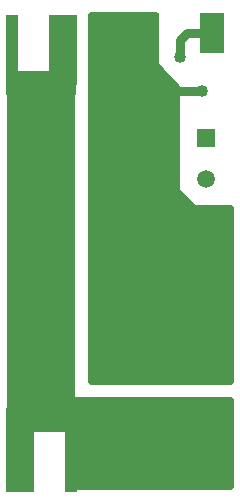
<source format=gbr>
G04 DipTrace 3.3.1.0*
G04 Bottom.gbr*
%MOMM*%
G04 #@! TF.FileFunction,Copper,L2,Bot*
G04 #@! TF.Part,Single*
G04 #@! TA.AperFunction,Conductor*
%ADD13C,0.8*%
G04 #@! TA.AperFunction,CopperBalancing*
%ADD14C,0.5*%
G04 #@! TA.AperFunction,ComponentPad*
%ADD17R,1.5X1.5*%
%ADD18C,1.5*%
%ADD23R,6.0X2.0*%
%ADD24R,6.0X6.0*%
%ADD25R,2.0X3.4*%
%ADD26R,2.4X6.0*%
%ADD27R,1.0X6.0*%
G04 #@! TA.AperFunction,ViaPad*
%ADD32C,1.016*%
%FSLAX35Y35*%
G04*
G71*
G90*
G75*
G01*
G04 Bottom*
%LPD*%
X2714000Y4429000D2*
D13*
X2413127D1*
X2048500Y4793627D1*
X2793873Y4921127D2*
X2587503D1*
X2524000Y4857623D1*
Y4714750D1*
D32*
X2714000Y4429000D3*
X2524000Y4714750D3*
X1158750Y1634997D3*
X1285750D3*
X1412750D3*
X1539750D3*
X1158750Y4492500D3*
X1285750D3*
X1412750D3*
X1539750D3*
X1158750Y4381373D3*
X1285750D3*
X1412750D3*
X1539750D3*
X1158750Y1762000D3*
X1285750D3*
X1412750D3*
X1539750D3*
X2651003Y1127000D3*
X2778003D3*
X2904997D3*
X2651003Y1238127D3*
X2778007D3*
X2905000D3*
X2651003Y1349250D3*
X2778007D3*
X1984250Y2381123D3*
X2111250D3*
X2238250Y2381120D3*
X2365250Y2381123D3*
X2492250D3*
X2619250Y2381127D3*
X2746250Y2381123D3*
X2873250Y2381127D3*
X1984250Y2508127D3*
X2111250D3*
X2238250Y2508120D3*
X2365250Y2508127D3*
X2492250D3*
X2619250D3*
X2746250D3*
X2873250D3*
X1984250Y2635123D3*
X2111250D3*
X2238250Y2635117D3*
X2365250Y2635123D3*
X2492250D3*
X2619250D3*
X2746250D3*
X2873250D3*
X1984250Y2762123D3*
X2111250D3*
X2238250Y2762120D3*
X2365250Y2762123D3*
X2492250D3*
X2619250D3*
X2746250D3*
X2873250D3*
X1984250Y2889123D3*
X2111250D3*
X2238250Y2889117D3*
X2365250Y2889123D3*
X2492250D3*
X2619250D3*
X2746250D3*
X2873250D3*
X1984250Y3016123D3*
X2111250D3*
X2238250Y3016117D3*
X2365250Y3016123D3*
X2492250D3*
X2619250D3*
X2746250D3*
X2873250D3*
X1984250Y3143123D3*
X2111250D3*
X2238250Y3143117D3*
X2365250Y3143123D3*
X2492250D3*
X2619250D3*
X2746250D3*
X2873250D3*
X1984250Y3270123D3*
X2111250D3*
X2238250Y3270117D3*
X2365250Y3270123D3*
X2492250D3*
X2619250D3*
X2746250D3*
X2873250D3*
X2111250Y3397123D3*
X2238250Y3397120D3*
X2365250Y3397123D3*
X2492250D3*
X2619250D3*
X2905000Y1349250D3*
X2651003Y1460373D3*
X2778007D3*
X2905000D3*
X2904997Y1571500D3*
X2905000Y1682627D3*
X2778003Y1571500D3*
X2524000Y1127000D3*
Y1238127D3*
Y1349250D3*
Y1460373D3*
X1093547Y4449583D2*
D14*
X1604990D1*
X1093547Y4399917D2*
X1604990D1*
X1093547Y4350250D2*
X1604990D1*
X1093547Y4300583D2*
X1604990D1*
X1093547Y4250917D2*
X1604990D1*
X1093547Y4201250D2*
X1604990D1*
X1093547Y4151583D2*
X1604990D1*
X1093547Y4101917D2*
X1604990D1*
X1093547Y4052250D2*
X1604990D1*
X1093547Y4002583D2*
X1604990D1*
X1093547Y3952917D2*
X1604990D1*
X1093547Y3903250D2*
X1604990D1*
X1093547Y3853583D2*
X1604990D1*
X1093547Y3803917D2*
X1604990D1*
X1093547Y3754250D2*
X1604990D1*
X1093547Y3704583D2*
X1604990D1*
X1093547Y3654917D2*
X1604990D1*
X1093547Y3605250D2*
X1604990D1*
X1093547Y3555583D2*
X1604990D1*
X1093547Y3505917D2*
X1604990D1*
X1093547Y3456250D2*
X1604990D1*
X1093547Y3406583D2*
X1604990D1*
X1093547Y3356917D2*
X1604990D1*
X1093547Y3307250D2*
X1604990D1*
X1093547Y3257583D2*
X1604990D1*
X1093547Y3207917D2*
X1604990D1*
X1093547Y3158250D2*
X1604990D1*
X1093547Y3108583D2*
X1604990D1*
X1093547Y3058917D2*
X1604990D1*
X1093547Y3009250D2*
X1604990D1*
X1093547Y2959583D2*
X1604990D1*
X1093547Y2909917D2*
X1604990D1*
X1093547Y2860250D2*
X1604990D1*
X1093547Y2810583D2*
X1604990D1*
X1093547Y2760917D2*
X1604990D1*
X1093547Y2711250D2*
X1604990D1*
X1093547Y2661583D2*
X1604990D1*
X1093547Y2611917D2*
X1604990D1*
X1093547Y2562250D2*
X1604990D1*
X1093547Y2512583D2*
X1604990D1*
X1093547Y2462917D2*
X1604990D1*
X1093547Y2413250D2*
X1604990D1*
X1093547Y2363583D2*
X1604990D1*
X1093547Y2313917D2*
X1604990D1*
X1093547Y2264250D2*
X1604990D1*
X1093547Y2214583D2*
X1604990D1*
X1093547Y2164917D2*
X1604990D1*
X1093547Y2115250D2*
X1604990D1*
X1093547Y2065583D2*
X1604990D1*
X1093547Y2015917D2*
X1604990D1*
X1093547Y1966250D2*
X1604990D1*
X1093547Y1916583D2*
X1604990D1*
X1093547Y1866917D2*
X1604990D1*
X1093547Y1817250D2*
X1604990D1*
X1093547Y1767583D2*
X1604990D1*
X1093547Y1717917D2*
X1604990D1*
X1093547Y1668250D2*
X1604990D1*
X1609980Y4484060D2*
X1088460Y4498547D1*
X1088500Y1628273D1*
X1609920Y1628250D1*
X1610000Y4484097D1*
X1776170Y5021083D2*
X2319333D1*
X1776170Y4971417D2*
X2319333D1*
X1776170Y4921750D2*
X2319333D1*
X1776170Y4872083D2*
X2319333D1*
X1776170Y4822417D2*
X2319333D1*
X1776170Y4772750D2*
X2319333D1*
X1776170Y4723083D2*
X2319333D1*
X1776170Y4673417D2*
X2319333D1*
X1776170Y4623750D2*
X2336560D1*
X1776170Y4574083D2*
X2386143D1*
X1776170Y4524417D2*
X2435817D1*
X1776170Y4474750D2*
X2485493D1*
X1776170Y4425083D2*
X2493970D1*
X1776170Y4375417D2*
X2493970D1*
X1776170Y4325750D2*
X2493970D1*
X1776170Y4276083D2*
X2493970D1*
X1776170Y4226417D2*
X2493970D1*
X1776170Y4176750D2*
X2493970D1*
X1776170Y4127083D2*
X2493970D1*
X1776170Y4077417D2*
X2493970D1*
X1776170Y4027750D2*
X2493970D1*
X1776170Y3978083D2*
X2493970D1*
X1776170Y3928417D2*
X2493970D1*
X1776170Y3878750D2*
X2493970D1*
X1776170Y3829083D2*
X2493970D1*
X1776170Y3779417D2*
X2493970D1*
X1776170Y3729750D2*
X2493970D1*
X1776170Y3680083D2*
X2493970D1*
X1776170Y3630417D2*
X2493970D1*
X1776170Y3580750D2*
X2493970D1*
X1776170Y3531083D2*
X2540180D1*
X1776170Y3481417D2*
X2589853D1*
X1776170Y3431750D2*
X2954347D1*
X1776170Y3382083D2*
X2954347D1*
X1776170Y3332417D2*
X2954347D1*
X1776170Y3282750D2*
X2954347D1*
X1776170Y3233083D2*
X2954347D1*
X1776170Y3183417D2*
X2954347D1*
X1776170Y3133750D2*
X2954347D1*
X1776170Y3084083D2*
X2954347D1*
X1776170Y3034417D2*
X2954347D1*
X1776170Y2984750D2*
X2954347D1*
X1776170Y2935083D2*
X2954347D1*
X1776170Y2885417D2*
X2954347D1*
X1776170Y2835750D2*
X2954347D1*
X1776170Y2786083D2*
X2954347D1*
X1776170Y2736417D2*
X2954347D1*
X1776170Y2686750D2*
X2954347D1*
X1776170Y2637083D2*
X2954347D1*
X1776170Y2587417D2*
X2954347D1*
X1776170Y2537750D2*
X2954347D1*
X1776170Y2488083D2*
X2954347D1*
X1776170Y2438417D2*
X2954347D1*
X1776170Y2388750D2*
X2954347D1*
X1776170Y2339083D2*
X2954347D1*
X1776170Y2289417D2*
X2954347D1*
X1776170Y2239750D2*
X2954347D1*
X1776170Y2190083D2*
X2954347D1*
X1776170Y2140417D2*
X2954347D1*
X1776170Y2090750D2*
X2954347D1*
X1776170Y2041083D2*
X2954347D1*
X1776170Y1991417D2*
X2954347D1*
X1771123Y5070683D2*
Y1961700D1*
X2959367Y1961627D1*
X2959373Y3435703D1*
X2647090Y3435933D1*
X2639650Y3438350D1*
X2633323Y3442950D1*
X2503773Y3572933D1*
X2500223Y3579900D1*
X2499000Y3587627D1*
Y4466180D1*
X2329147Y4636557D1*
X2325597Y4643523D1*
X2324373Y4651250D1*
Y5070793D1*
X1771053Y5070750D1*
X1585673Y1766707D2*
X2954343D1*
X1585673Y1717040D2*
X2954343D1*
X1585673Y1667373D2*
X2954343D1*
X1585673Y1617707D2*
X2954343D1*
X1585673Y1568040D2*
X2954343D1*
X1585673Y1518373D2*
X2954343D1*
X1585673Y1468707D2*
X2954343D1*
X1585673Y1419040D2*
X2954343D1*
X1585673Y1369373D2*
X2954343D1*
X1585673Y1319707D2*
X2954343D1*
X1585673Y1270040D2*
X2954343D1*
X1585673Y1220373D2*
X2954343D1*
X1585673Y1170707D2*
X2954343D1*
X1585673Y1121040D2*
X2954343D1*
X1580693Y1072627D2*
X2959363D1*
X2959373Y1816443D1*
X1580637Y1816373D1*
X1580627Y1072557D1*
D17*
X2746250Y4032123D3*
D18*
Y3682123D3*
D23*
X1348500Y4493627D3*
D24*
X2048500Y4793627D3*
D23*
X1348500Y1638830D3*
D25*
X2793873Y4921127D3*
D26*
X1168500Y1333373D3*
D27*
X1598500D3*
X1098500Y4778250D3*
D26*
X1529500D3*
M02*

</source>
